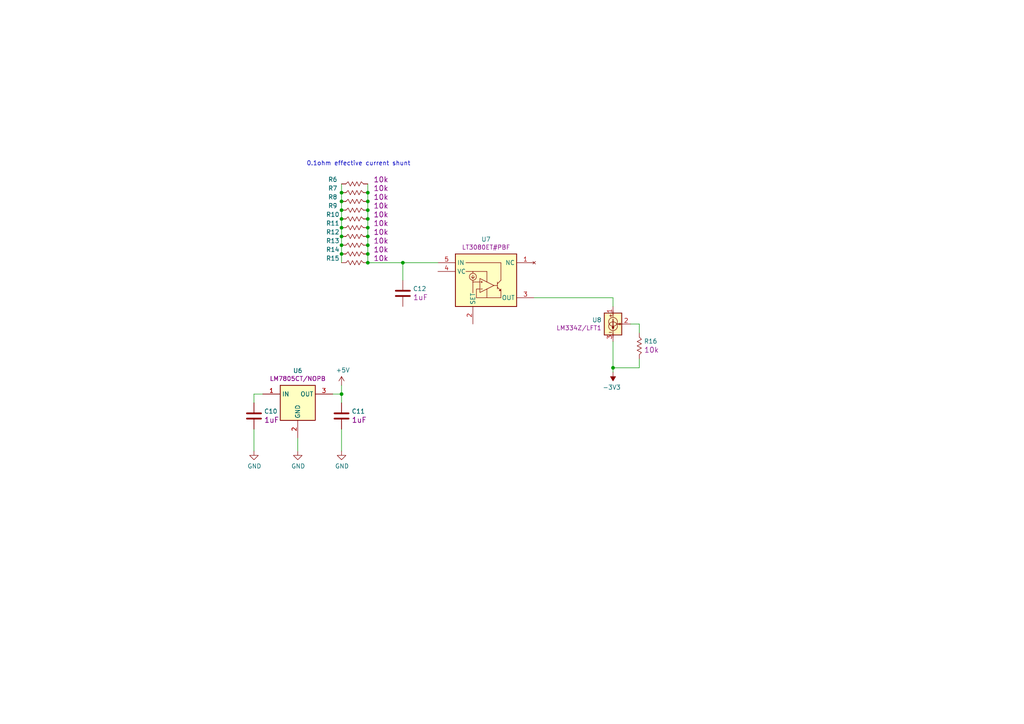
<source format=kicad_sch>
(kicad_sch (version 20211123) (generator eeschema)
  (paper "A4")
  (lib_symbols
    (symbol "master-vampire_General:C" (pin_numbers hide)
      (property "Reference" "C" (at 3.81 2.54 0))
      (property "Capacitance" "1uF" (at 6.35 0 0))
      (symbol "C_0_1"
        (polyline (pts (xy -2.032 -0.762) (xy 2.032 -0.762)) (stroke (width 0.508)))
        (polyline (pts (xy -2.032 0.762) (xy 2.032 0.762)) (stroke (width 0.508)))
      )
      (symbol "C_1_1"
        (pin passive line (at 0 3.81 270) (length 2.794) (name "~") (number "1"))
        (pin passive line (at 0 -3.81 90) (length 2.794) (name "~") (number "2"))
      )
    )
    (symbol "master-vampire_General:R" (pin_numbers hide) (pin_names (offset 0))
      (property "Reference" "R" (at 0 2.54 0))
      (property "Resistance" "10k" (at 0 -2.54 0))
      (symbol "R_0_1"
        (polyline (pts (xy -2.54 0) (xy -1.905 0.635) (xy -1.27 -0.635) (xy -0.635 0.635) (xy 0 -0.635) (xy 0.635 0.635) (xy 1.27 -0.635) (xy 1.905 0.635) (xy 2.54 0)))
      )
      (symbol "R_1_1"
        (pin passive line (at 3.81 0 180) (length 1.27) (name "~") (number "1"))
        (pin passive line (at -3.81 0 0) (length 1.27) (name "~") (number "2"))
      )
    )
    (symbol "master-vampire_General:U_LM334"
      (property "Reference" "U" (at -5.08 2.54 0))
      (property "MPN" "DNP" (at -5.08 0 0))
      (symbol "U_LM334_1_1"
        (rectangle (start -2.54 3.175) (end 2.54 -3.175) (stroke (width 0.254)) (fill (type background)))
        (circle (center 0 -0.635) (radius 1.27))
        (polyline (pts (xy -1.143 -2.413) (xy -0.381 -2.413)))
        (polyline (pts (xy -1.016 2.413) (xy -0.254 2.413)))
        (polyline (pts (xy -0.635 2.794) (xy -0.635 2.032)))
        (polyline (pts (xy 0 -1.905) (xy 0 -3.81)))
        (polyline (pts (xy 0 1.397) (xy 0 -1.397)) (stroke (width 0.254)))
        (polyline (pts (xy 0 3.81) (xy 0 1.905)))
        (polyline (pts (xy 2.54 0) (xy 1.27 0)))
        (polyline (pts (xy 0 -1.397) (xy -0.254 -0.889) (xy 0.254 -0.889) (xy 0 -1.397)) (stroke (width 0.254)))
        (polyline (pts (xy 1.27 0) (xy 2.159 0.254) (xy 2.159 -0.254) (xy 1.27 0)))
        (circle (center 0 0.635) (radius 1.27))
        (pin passive line (at 0 5.08 270) (length 2.54) (name "~") (number "1"))
        (pin passive line (at 5.08 0 180) (length 2.54) (name "~") (number "2"))
        (pin passive line (at 0 -5.08 90) (length 2.54) (name "~") (number "3"))
      )
    )
    (symbol "master-vampire_General:U_LM7805CT"
      (property "Reference" "U" (at 0 8.89 0))
      (property "MPN" "LM7805CT/NOPB" (at 0 6.35 0))
      (symbol "U_LM7805CT_1_1"
        (rectangle (start -5.08 5.08) (end 5.08 -5.08) (stroke (width 0.254)) (fill (type background)))
        (pin power_in line (at -10.16 2.54 0) (length 5.08) (name "IN") (number "1"))
        (pin unspecified line (at 0 -10.16 90) (length 5.08) (name "GND") (number "2"))
        (pin power_out line (at 10.16 2.54 180) (length 5.08) (name "OUT") (number "3"))
      )
    )
    (symbol "master-vampire_General:U_LT3080"
      (property "Reference" "U" (at -6.35 8.89 0))
      (property "MPN" "LT3080ET#PBF" (at 5.08 -8.89 0))
      (symbol "U_LT3080_0_1"
        (rectangle (start -7.62 7.62) (end 10.16 -7.62) (stroke (width 0.254)) (fill (type background)))
        (circle (center -2.54 1.016) (radius 1.016))
        (polyline (pts (xy -2.54 -0.508) (xy -2.54 -3.683)))
        (polyline (pts (xy -2.54 -0.508) (xy -2.54 0)))
        (polyline (pts (xy -2.54 -0.508) (xy -0.508 -0.508)))
        (polyline (pts (xy -2.54 0.508) (xy -2.032 1.016)))
        (polyline (pts (xy -2.54 2.032) (xy -2.54 2.54)))
        (polyline (pts (xy -2.54 2.54) (xy -4.572 2.54)))
        (polyline (pts (xy -2.54 2.54) (xy 1.524 2.54)))
        (polyline (pts (xy -0.254 -2.54) (xy 0.254 -2.54)))
        (polyline (pts (xy -0.254 -0.508) (xy 0.254 -0.508)))
        (polyline (pts (xy 0 -0.254) (xy 0 -0.762)))
        (polyline (pts (xy 1.524 -2.54) (xy 1.524 -5.08)))
        (polyline (pts (xy 1.524 2.54) (xy 1.524 -0.508)))
        (polyline (pts (xy 3.556 -1.524) (xy 4.572 -1.524)))
        (polyline (pts (xy 4.572 -0.508) (xy 4.572 -2.54)))
        (polyline (pts (xy 5.588 0) (xy 4.572 -1.016)))
        (polyline (pts (xy 5.588 5.08) (xy 5.588 0)))
        (polyline (pts (xy -4.572 5.08) (xy 5.588 5.08) (xy 5.461 5.08)))
        (polyline (pts (xy -2.54 1.524) (xy -2.54 0.508) (xy -3.048 1.016)))
        (polyline (pts (xy 4.572 -2.032) (xy 5.588 -3.048) (xy 5.588 -5.08)))
        (polyline (pts (xy -0.508 0.508) (xy -0.508 -3.556) (xy 3.556 -1.524) (xy -0.508 0.508)))
        (polyline (pts (xy 5.588 -3.048) (xy 5.588 -2.54) (xy 5.08 -3.048) (xy 5.588 -3.048)))
        (polyline (pts (xy -0.508 -2.54) (xy -1.524 -2.54) (xy -1.524 -5.08) (xy 1.524 -5.08) (xy 5.588 -5.08)))
      )
      (symbol "U_LT3080_1_1"
        (pin no_connect line (at 15.24 5.08 180) (length 5.08) (name "NC") (number "1"))
        (pin bidirectional line (at -2.54 -12.7 90) (length 5.08) (name "SET") (number "2"))
        (pin output line (at 15.24 -5.08 180) (length 5.08) (name "OUT") (number "3"))
        (pin input line (at -12.7 2.54 0) (length 5.08) (name "VC") (number "4"))
        (pin input line (at -12.7 5.08 0) (length 5.08) (name "IN") (number "5"))
      )
    )
    (symbol "power:+5V" (power) (pin_names (offset 0))
      (property "Value" "+5V" (at 0 3.556 0))
      (symbol "+5V_0_1"
        (polyline (pts (xy -0.762 1.27) (xy 0 2.54)))
        (polyline (pts (xy 0 0) (xy 0 2.54)))
        (polyline (pts (xy 0 2.54) (xy 0.762 1.27)))
      )
      (symbol "+5V_1_1"
        (pin power_in line (at 0 0 90) (length 0) hide (name "+5V") (number "1"))
      )
    )
    (symbol "power:-3V3" (power) (pin_names (offset 0))
      (property "Value" "-3V3" (at 0 3.81 0))
      (symbol "-3V3_0_0"
        (pin power_in line (at 0 0 90) (length 0) hide (name "-3V3") (number "1"))
      )
      (symbol "-3V3_0_1"
        (polyline (pts (xy 0 0) (xy 0 1.27) (xy 0.762 1.27) (xy 0 2.54) (xy -0.762 1.27) (xy 0 1.27)) (fill (type outline)))
      )
    )
    (symbol "power:GND" (power) (pin_names (offset 0))
      (property "Value" "GND" (at 0 -3.81 0))
      (symbol "GND_0_1"
        (polyline (pts (xy 0 0) (xy 0 -1.27) (xy 1.27 -1.27) (xy 0 -2.54) (xy -1.27 -1.27) (xy 0 -1.27)))
      )
      (symbol "GND_1_1"
        (pin power_in line (at 0 0 270) (length 0) hide (name "GND") (number "1"))
      )
    )
  )
  (junction (at 106.68 68.58))
  (junction (at 106.68 66.04))
  (junction (at 106.68 73.66))
  (junction (at 99.06 63.5))
  (junction (at 99.06 55.88))
  (junction (at 99.06 71.12))
  (junction (at 99.06 66.04))
  (junction (at 106.68 76.2))
  (junction (at 106.68 58.42))
  (junction (at 99.06 60.96))
  (junction (at 99.06 114.3))
  (junction (at 106.68 60.96))
  (junction (at 99.06 68.58))
  (junction (at 106.68 55.88))
  (junction (at 106.68 71.12))
  (junction (at 99.06 73.66))
  (junction (at 106.68 63.5))
  (junction (at 116.84 76.2))
  (junction (at 99.06 58.42))
  (junction (at 177.8 106.68))
  (wire (pts (xy 177.8 107.95) (xy 177.8 106.68)))
  (wire (pts (xy 106.68 68.58) (xy 106.68 71.12)))
  (wire (pts (xy 99.06 63.5) (xy 99.06 66.04)))
  (wire (pts (xy 99.06 71.12) (xy 99.06 73.66)))
  (wire (pts (xy 116.84 76.2) (xy 127 76.2)))
  (wire (pts (xy 99.06 66.04) (xy 99.06 68.58)))
  (wire (pts (xy 106.68 60.96) (xy 106.68 63.5)))
  (wire (pts (xy 73.66 114.3) (xy 73.66 116.84)))
  (wire (pts (xy 106.68 76.2) (xy 116.84 76.2)))
  (wire (pts (xy 86.36 127) (xy 86.36 130.81)))
  (wire (pts (xy 177.8 86.36) (xy 154.94 86.36)))
  (wire (pts (xy 177.8 106.68) (xy 177.8 99.06)))
  (wire (pts (xy 185.42 93.98) (xy 185.42 96.52)))
  (wire (pts (xy 99.06 58.42) (xy 99.06 60.96)))
  (wire (pts (xy 99.06 55.88) (xy 99.06 58.42)))
  (wire (pts (xy 185.42 106.68) (xy 177.8 106.68)))
  (wire (pts (xy 99.06 130.81) (xy 99.06 124.46)))
  (wire (pts (xy 106.68 55.88) (xy 106.68 58.42)))
  (wire (pts (xy 106.68 58.42) (xy 106.68 60.96)))
  (wire (pts (xy 106.68 71.12) (xy 106.68 73.66)))
  (wire (pts (xy 106.68 63.5) (xy 106.68 66.04)))
  (wire (pts (xy 99.06 68.58) (xy 99.06 71.12)))
  (wire (pts (xy 76.2 114.3) (xy 73.66 114.3)))
  (wire (pts (xy 99.06 114.3) (xy 99.06 116.84)))
  (wire (pts (xy 96.52 114.3) (xy 99.06 114.3)))
  (wire (pts (xy 106.68 73.66) (xy 106.68 76.2)))
  (wire (pts (xy 185.42 104.14) (xy 185.42 106.68)))
  (wire (pts (xy 99.06 53.34) (xy 99.06 55.88)))
  (wire (pts (xy 106.68 66.04) (xy 106.68 68.58)))
  (wire (pts (xy 182.88 93.98) (xy 185.42 93.98)))
  (wire (pts (xy 116.84 81.28) (xy 116.84 76.2)))
  (wire (pts (xy 99.06 73.66) (xy 99.06 76.2)))
  (wire (pts (xy 73.66 124.46) (xy 73.66 130.81)))
  (wire (pts (xy 106.68 53.34) (xy 106.68 55.88)))
  (wire (pts (xy 177.8 88.9) (xy 177.8 86.36)))
  (wire (pts (xy 99.06 60.96) (xy 99.06 63.5)))
  (wire (pts (xy 99.06 111.76) (xy 99.06 114.3)))
  (text "0.1ohm effective current shunt" (at 88.9 48.26 0) (effects (font (size 1.27 1.27)) (justify left bottom)))
  (symbol (lib_id "master-vampire_General:U_LT3080") (at 139.7 81.28 0) (unit 1)
    (property "Reference" "U7" (at 140.97 69.4182 0))
    (property "Value" "U_LT3080" (effects hide))
    (property "Manufacturer" "Analog Devices" (effects hide))
    (property "MPN" "LT3080ET#PBF" (at 140.97 71.7296 0))
    (property "Supplier" "DNP" (effects hide))
    (property "Supplier PN" "DNP" (effects hide))
    (property "Package" "DNP" (effects hide))
  )
  (symbol (lib_id "master-vampire_General:U_LM334") (at 177.8 93.98 0) (unit 1)
    (property "Reference" "U8" (at 174.498 92.8116 0) (effects (justify right)))
    (property "Value" "U_LM334" (effects hide))
    (property "MPN" "LM334Z/LFT1" (at 174.498 95.123 0) (effects (justify right)))
    (property "Manufacturer" "Texas Instruments" (effects hide))
    (property "Supplier" "DigiKey" (effects hide))
    (property "Supplier PN" "296-47179-1-ND" (effects hide))
    (property "Package" "TO-226-3" (effects hide))
  )
  (symbol (lib_id "master-vampire_General:R") (at 185.42 100.33 270) (unit 1)
    (property "Reference" "R16" (at 186.7662 98.9838 90) (effects (justify left)))
    (property "Value" "R" (effects hide))
    (property "Resistance" "10k" (at 186.7662 101.4984 90) (effects (font (size 1.524 1.524)) (justify left)))
    (property "Power" "1/10W" (effects hide))
    (property "Package" "0603" (effects hide))
    (property "Tolerance" "5%" (effects hide))
    (property "MPN" "DNP" (effects hide))
    (property "Manufacturer" "DNP" (effects hide))
    (property "Supplier" "DNP" (effects hide))
    (property "Supplier PN" "DNP" (effects hide))
  )
  (symbol (lib_id "master-vampire_General:R") (at 102.87 76.2 0) (unit 1)
    (property "Reference" "R15" (at 96.52 74.93 0))
    (property "Value" "R" (effects hide))
    (property "Resistance" "10k" (at 110.49 74.93 0) (effects (font (size 1.524 1.524))))
    (property "Power" "1/10W" (effects hide))
    (property "Package" "0603" (effects hide))
    (property "Tolerance" "5%" (effects hide))
    (property "MPN" "DNP" (effects hide))
    (property "Manufacturer" "DNP" (effects hide))
    (property "Supplier" "DNP" (effects hide))
    (property "Supplier PN" "DNP" (effects hide))
  )
  (symbol (lib_id "master-vampire_General:R") (at 102.87 73.66 0) (unit 1)
    (property "Reference" "R14" (at 96.52 72.39 0))
    (property "Value" "R" (effects hide))
    (property "Resistance" "10k" (at 110.49 72.39 0) (effects (font (size 1.524 1.524))))
    (property "Power" "1/10W" (effects hide))
    (property "Package" "0603" (effects hide))
    (property "Tolerance" "5%" (effects hide))
    (property "MPN" "DNP" (effects hide))
    (property "Manufacturer" "DNP" (effects hide))
    (property "Supplier" "DNP" (effects hide))
    (property "Supplier PN" "DNP" (effects hide))
  )
  (symbol (lib_id "master-vampire_General:R") (at 102.87 71.12 0) (unit 1)
    (property "Reference" "R13" (at 96.52 69.85 0))
    (property "Value" "R" (effects hide))
    (property "Resistance" "10k" (at 110.49 69.85 0) (effects (font (size 1.524 1.524))))
    (property "Power" "1/10W" (effects hide))
    (property "Package" "0603" (effects hide))
    (property "Tolerance" "5%" (effects hide))
    (property "MPN" "DNP" (effects hide))
    (property "Manufacturer" "DNP" (effects hide))
    (property "Supplier" "DNP" (effects hide))
    (property "Supplier PN" "DNP" (effects hide))
  )
  (symbol (lib_id "master-vampire_General:R") (at 102.87 68.58 0) (unit 1)
    (property "Reference" "R12" (at 96.52 67.31 0))
    (property "Value" "R" (effects hide))
    (property "Resistance" "10k" (at 110.49 67.31 0) (effects (font (size 1.524 1.524))))
    (property "Power" "1/10W" (effects hide))
    (property "Package" "0603" (effects hide))
    (property "Tolerance" "5%" (effects hide))
    (property "MPN" "DNP" (effects hide))
    (property "Manufacturer" "DNP" (effects hide))
    (property "Supplier" "DNP" (effects hide))
    (property "Supplier PN" "DNP" (effects hide))
  )
  (symbol (lib_id "master-vampire_General:R") (at 102.87 66.04 0) (unit 1)
    (property "Reference" "R11" (at 96.52 64.77 0))
    (property "Value" "R" (effects hide))
    (property "Resistance" "10k" (at 110.49 64.77 0) (effects (font (size 1.524 1.524))))
    (property "Power" "1/10W" (effects hide))
    (property "Package" "0603" (effects hide))
    (property "Tolerance" "5%" (effects hide))
    (property "MPN" "DNP" (effects hide))
    (property "Manufacturer" "DNP" (effects hide))
    (property "Supplier" "DNP" (effects hide))
    (property "Supplier PN" "DNP" (effects hide))
  )
  (symbol (lib_id "master-vampire_General:R") (at 102.87 63.5 0) (unit 1)
    (property "Reference" "R10" (at 96.52 62.23 0))
    (property "Value" "R" (effects hide))
    (property "Resistance" "10k" (at 110.49 62.23 0) (effects (font (size 1.524 1.524))))
    (property "Power" "1/10W" (effects hide))
    (property "Package" "0603" (effects hide))
    (property "Tolerance" "5%" (effects hide))
    (property "MPN" "DNP" (effects hide))
    (property "Manufacturer" "DNP" (effects hide))
    (property "Supplier" "DNP" (effects hide))
    (property "Supplier PN" "DNP" (effects hide))
  )
  (symbol (lib_id "master-vampire_General:R") (at 102.87 60.96 0) (unit 1)
    (property "Reference" "R9" (at 96.52 59.69 0))
    (property "Value" "R" (effects hide))
    (property "Resistance" "10k" (at 110.49 59.69 0) (effects (font (size 1.524 1.524))))
    (property "Power" "1/10W" (effects hide))
    (property "Package" "0603" (effects hide))
    (property "Tolerance" "5%" (effects hide))
    (property "MPN" "DNP" (effects hide))
    (property "Manufacturer" "DNP" (effects hide))
    (property "Supplier" "DNP" (effects hide))
    (property "Supplier PN" "DNP" (effects hide))
  )
  (symbol (lib_id "master-vampire_General:R") (at 102.87 58.42 0) (unit 1)
    (property "Reference" "R8" (at 96.52 57.15 0))
    (property "Value" "R" (effects hide))
    (property "Resistance" "10k" (at 110.49 57.15 0) (effects (font (size 1.524 1.524))))
    (property "Power" "1/10W" (effects hide))
    (property "Package" "0603" (effects hide))
    (property "Tolerance" "5%" (effects hide))
    (property "MPN" "DNP" (effects hide))
    (property "Manufacturer" "DNP" (effects hide))
    (property "Supplier" "DNP" (effects hide))
    (property "Supplier PN" "DNP" (effects hide))
  )
  (symbol (lib_id "master-vampire_General:R") (at 102.87 55.88 0) (unit 1)
    (property "Reference" "R7" (at 96.52 54.61 0))
    (property "Value" "R" (effects hide))
    (property "Resistance" "10k" (at 110.49 54.61 0) (effects (font (size 1.524 1.524))))
    (property "Power" "1/10W" (effects hide))
    (property "Package" "0603" (effects hide))
    (property "Tolerance" "5%" (effects hide))
    (property "MPN" "DNP" (effects hide))
    (property "Manufacturer" "DNP" (effects hide))
    (property "Supplier" "DNP" (effects hide))
    (property "Supplier PN" "DNP" (effects hide))
  )
  (symbol (lib_id "master-vampire_General:R") (at 102.87 53.34 0) (unit 1)
    (property "Reference" "R6" (at 96.52 52.07 0))
    (property "Value" "R" (effects hide))
    (property "Resistance" "10k" (at 110.49 52.07 0) (effects (font (size 1.524 1.524))))
    (property "Power" "1/10W" (effects hide))
    (property "Package" "0603" (effects hide))
    (property "Tolerance" "5%" (effects hide))
    (property "MPN" "DNP" (effects hide))
    (property "Manufacturer" "DNP" (effects hide))
    (property "Supplier" "DNP" (effects hide))
    (property "Supplier PN" "DNP" (effects hide))
  )
  (symbol (lib_id "master-vampire_General:C") (at 116.84 85.09 0) (unit 1)
    (property "Reference" "C12" (at 119.761 83.7438 0) (effects (justify left)))
    (property "Value" "C" (effects hide))
    (property "Capacitance" "1uF" (at 119.761 86.2584 0) (effects (font (size 1.524 1.524)) (justify left)))
    (property "Voltage Rating" "50V" (effects hide))
    (property "TempCo" "X7R" (effects hide))
    (property "Tolerance" "±20%" (effects hide))
    (property "Package" "0603" (effects hide))
    (property "MPN" "DNP" (effects hide))
    (property "Manufacturer" "DNP" (effects hide))
    (property "Supplier" "DNP" (effects hide))
    (property "Supplier PN" "DNP" (effects hide))
  )
  (symbol (lib_id "power:-3V3") (at 177.8 107.95 180) (unit 1)
    (property "Reference" "#PWR024" (effects hide))
    (property "Value" "-3V3" (at 177.419 112.3442 0))
  )
  (symbol (lib_id "master-vampire_General:U_LM7805CT") (at 86.36 116.84 0) (unit 1)
    (property "Reference" "U6" (at 86.36 107.5182 0))
    (property "Value" "U_LM7805CT" (effects hide))
    (property "Manufacturer" "Texas Instruments" (effects hide))
    (property "MPN" "LM7805CT/NOPB" (at 86.36 109.8296 0))
    (property "Supplier" "DNP" (effects hide))
    (property "Supplier PN" "DNP" (effects hide))
    (property "Package" "TO-220-3" (effects hide))
  )
  (symbol (lib_id "master-vampire_General:C") (at 99.06 120.65 0) (unit 1)
    (property "Reference" "C11" (at 101.981 119.3038 0) (effects (justify left)))
    (property "Value" "C" (effects hide))
    (property "Capacitance" "1uF" (at 101.981 121.8184 0) (effects (font (size 1.524 1.524)) (justify left)))
    (property "Voltage Rating" "50V" (effects hide))
    (property "TempCo" "X7R" (effects hide))
    (property "Tolerance" "±20%" (effects hide))
    (property "Package" "0603" (effects hide))
    (property "MPN" "DNP" (effects hide))
    (property "Manufacturer" "DNP" (effects hide))
    (property "Supplier" "DNP" (effects hide))
    (property "Supplier PN" "DNP" (effects hide))
  )
  (symbol (lib_id "master-vampire_General:C") (at 73.66 120.65 0) (unit 1)
    (property "Reference" "C10" (at 76.581 119.3038 0) (effects (justify left)))
    (property "Value" "C" (effects hide))
    (property "Capacitance" "1uF" (at 76.581 121.8184 0) (effects (font (size 1.524 1.524)) (justify left)))
    (property "Voltage Rating" "50V" (effects hide))
    (property "TempCo" "X7R" (effects hide))
    (property "Tolerance" "±20%" (effects hide))
    (property "Package" "0603" (effects hide))
    (property "MPN" "DNP" (effects hide))
    (property "Manufacturer" "DNP" (effects hide))
    (property "Supplier" "DNP" (effects hide))
    (property "Supplier PN" "DNP" (effects hide))
  )
  (symbol (lib_id "power:GND") (at 86.36 130.81 0) (unit 1)
    (property "Reference" "#PWR021" (effects hide))
    (property "Value" "GND" (at 86.487 135.2042 0))
  )
  (symbol (lib_id "power:GND") (at 73.66 130.81 0) (unit 1)
    (property "Reference" "#PWR020" (effects hide))
    (property "Value" "GND" (at 73.787 135.2042 0))
  )
  (symbol (lib_id "power:GND") (at 99.06 130.81 0) (unit 1)
    (property "Reference" "#PWR023" (effects hide))
    (property "Value" "GND" (at 99.187 135.2042 0))
  )
  (symbol (lib_id "power:+5V") (at 99.06 111.76 0) (unit 1)
    (property "Reference" "#PWR022" (effects hide))
    (property "Value" "+5V" (at 99.441 107.3658 0))
  )
)
</source>
